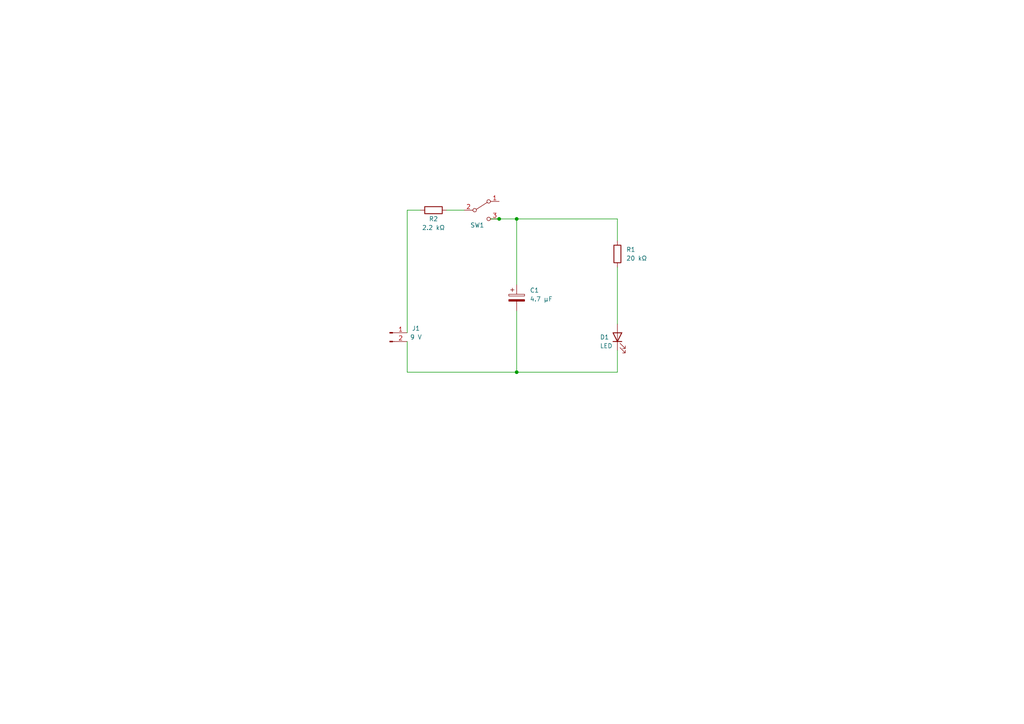
<source format=kicad_sch>
(kicad_sch (version 20211123) (generator eeschema)
  (paper "A4")
  (lib_symbols
    (symbol "Connector:Conn_01x02_Male" (pin_names (offset 1.016) hide)
      (property "Reference" "J" (at 0 2.54 0))
      (property "Value" "Conn_01x02_Male" (at 0 -5.08 0))
      (symbol "Conn_01x02_Male_1_1"
        (polyline (pts (xy 1.27 -2.54) (xy 0.8636 -2.54)) (stroke (width 0.1524)))
        (polyline (pts (xy 1.27 0) (xy 0.8636 0)) (stroke (width 0.1524)))
        (rectangle (start 0.8636 -2.413) (end 0 -2.667) (stroke (width 0.1524)) (fill (type outline)))
        (rectangle (start 0.8636 0.127) (end 0 -0.127) (stroke (width 0.1524)) (fill (type outline)))
        (pin passive line (at 5.08 0 180) (length 3.81) (name "Pin_1") (number "1"))
        (pin passive line (at 5.08 -2.54 180) (length 3.81) (name "Pin_2") (number "2"))
      )
    )
    (symbol "Device:C_Polarized" (pin_numbers hide) (pin_names (offset 0.254))
      (property "Reference" "C" (at 0.635 2.54 0))
      (property "Value" "C_Polarized" (at 0.635 -2.54 0))
      (symbol "C_Polarized_0_1"
        (rectangle (start -2.286 0.508) (end 2.286 1.016))
        (polyline (pts (xy -1.778 2.286) (xy -0.762 2.286)))
        (polyline (pts (xy -1.27 2.794) (xy -1.27 1.778)))
        (rectangle (start 2.286 -0.508) (end -2.286 -1.016) (fill (type outline)))
      )
      (symbol "C_Polarized_1_1"
        (pin passive line (at 0 3.81 270) (length 2.794) (name "~") (number "1"))
        (pin passive line (at 0 -3.81 90) (length 2.794) (name "~") (number "2"))
      )
    )
    (symbol "Device:LED" (pin_numbers hide) (pin_names (offset 1.016) hide)
      (property "Reference" "D" (at 0 2.54 0))
      (property "Value" "LED" (at 0 -2.54 0))
      (symbol "LED_0_1"
        (polyline (pts (xy -1.27 -1.27) (xy -1.27 1.27)) (stroke (width 0.254)))
        (polyline (pts (xy -1.27 0) (xy 1.27 0)))
        (polyline (pts (xy 1.27 -1.27) (xy 1.27 1.27) (xy -1.27 0) (xy 1.27 -1.27)) (stroke (width 0.254)))
        (polyline (pts (xy -3.048 -0.762) (xy -4.572 -2.286) (xy -3.81 -2.286) (xy -4.572 -2.286) (xy -4.572 -1.524)))
        (polyline (pts (xy -1.778 -0.762) (xy -3.302 -2.286) (xy -2.54 -2.286) (xy -3.302 -2.286) (xy -3.302 -1.524)))
      )
      (symbol "LED_1_1"
        (pin passive line (at -3.81 0 0) (length 2.54) (name "K") (number "1"))
        (pin passive line (at 3.81 0 180) (length 2.54) (name "A") (number "2"))
      )
    )
    (symbol "Device:R" (pin_numbers hide) (pin_names (offset 0))
      (property "Reference" "R" (at 2.032 0 90))
      (property "Value" "R" (at 0 0 90))
      (symbol "R_0_1"
        (rectangle (start -1.016 -2.54) (end 1.016 2.54) (stroke (width 0.254)))
      )
      (symbol "R_1_1"
        (pin passive line (at 0 3.81 270) (length 1.27) (name "~") (number "1"))
        (pin passive line (at 0 -3.81 90) (length 1.27) (name "~") (number "2"))
      )
    )
    (symbol "Switch:SW_SPDT" (pin_names (offset 0) hide)
      (property "Reference" "SW" (at 0 4.318 0))
      (property "Value" "SW_SPDT" (at 0 -5.08 0))
      (symbol "SW_SPDT_0_0"
        (circle (center -2.032 0) (radius 0.508))
        (circle (center 2.032 -2.54) (radius 0.508))
      )
      (symbol "SW_SPDT_0_1"
        (polyline (pts (xy -1.524 0.254) (xy 1.651 2.286)))
        (circle (center 2.032 2.54) (radius 0.508))
      )
      (symbol "SW_SPDT_1_1"
        (pin passive line (at 5.08 2.54 180) (length 2.54) (name "A") (number "1"))
        (pin passive line (at -5.08 0 0) (length 2.54) (name "B") (number "2"))
        (pin passive line (at 5.08 -2.54 180) (length 2.54) (name "C") (number "3"))
      )
    )
  )
  (junction (at 149.86 107.95))
  (junction (at 149.86 63.5))
  (junction (at 144.78 63.5))
  (wire (pts (xy 149.86 63.5) (xy 179.07 63.5)))
  (wire (pts (xy 149.86 107.95) (xy 179.07 107.95)))
  (wire (pts (xy 118.11 60.96) (xy 118.11 96.52)))
  (wire (pts (xy 142.24 63.5) (xy 144.78 63.5)))
  (wire (pts (xy 179.07 63.5) (xy 179.07 69.85)))
  (wire (pts (xy 149.86 82.55) (xy 149.86 63.5)))
  (wire (pts (xy 121.92 60.96) (xy 118.11 60.96)))
  (wire (pts (xy 129.54 60.96) (xy 134.62 60.96)))
  (wire (pts (xy 118.11 99.06) (xy 118.11 107.95)))
  (wire (pts (xy 144.78 63.5) (xy 149.86 63.5)))
  (wire (pts (xy 149.86 107.95) (xy 118.11 107.95)))
  (wire (pts (xy 179.07 101.6) (xy 179.07 107.95)))
  (wire (pts (xy 179.07 77.47) (xy 179.07 93.98)))
  (wire (pts (xy 149.86 90.17) (xy 149.86 107.95)))
  (symbol (lib_id "Switch:SW_SPDT") (at 139.7 60.96 0) (unit 1)
    (property "Reference" "SW1" (at 138.43 66.04 0) (effects (justify bottom)))
    (property "Value" " " (at 139.7 55.88 0))
    (property "Footprint" "Button_Switch_THT:SW_E-Switch_EG1224_SPDT_Angled" (effects hide))
  )
  (symbol (lib_id "Device:R") (at 179.07 73.66 0) (unit 1)
    (property "Reference" "R1" (at 181.61 72.3899 0) (effects (justify left)))
    (property "Value" "20 kΩ" (at 181.61 74.9299 0) (effects (justify left)))
    (property "Footprint" "Resistor_THT:R_Axial_DIN0516_L15.5mm_D5.0mm_P20.32mm_Horizontal" (effects hide))
  )
  (symbol (lib_id "Connector:Conn_01x02_Male") (at 113.03 96.52 0) (unit 1)
    (property "Reference" "J1" (at 120.65 95.25 0))
    (property "Value" "9 V" (at 120.65 97.79 0))
    (property "Footprint" "Connector_JST:JST_PH_B2B-PH-K_1x02_P2.00mm_Vertical" (effects hide))
  )
  (symbol (lib_id "Device:R") (at 125.73 60.96 90) (unit 1)
    (property "Reference" "R2" (at 125.73 63.5 90))
    (property "Value" "2.2 kΩ" (at 125.73 66.04 90))
    (property "Footprint" "Resistor_THT:R_Axial_DIN0516_L15.5mm_D5.0mm_P20.32mm_Horizontal" (effects hide))
  )
  (symbol (lib_id "Device:LED") (at 179.07 97.79 90) (unit 1)
    (property "Reference" "D1" (at 173.99 97.79 90) (effects (justify right)))
    (property "Value" "LED" (at 173.99 100.33 90) (effects (justify right)))
    (property "Footprint" "LED_THT:LED_D5.0mm" (effects hide))
  )
  (symbol (lib_id "Device:C_Polarized") (at 149.86 86.36 0) (unit 1)
    (property "Reference" "C1" (at 153.67 84.2009 0) (effects (justify left)))
    (property "Value" "4.7 μF" (at 153.67 86.7409 0) (effects (justify left)))
    (property "Footprint" "Capacitor_THT:C_Radial_D5.0mm_H5.0mm_P2.00mm" (effects hide))
  )
)
</source>
